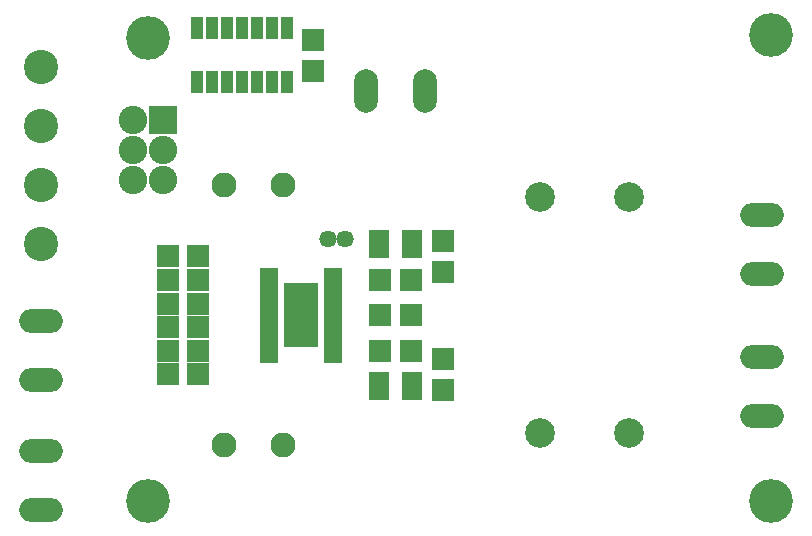
<source format=gts>
G04 (created by PCBNEW-RS274X (2010-03-14)-final) date Thu 12 Jan 2012 21:53:35 GMT*
G01*
G70*
G90*
%MOIN*%
G04 Gerber Fmt 3.4, Leading zero omitted, Abs format*
%FSLAX34Y34*%
G04 APERTURE LIST*
%ADD10C,0.006000*%
%ADD11R,0.059400X0.031800*%
%ADD12R,0.114500X0.216900*%
%ADD13R,0.095000X0.095000*%
%ADD14C,0.095000*%
%ADD15C,0.057400*%
%ADD16C,0.083000*%
%ADD17C,0.098700*%
%ADD18O,0.146000X0.079100*%
%ADD19O,0.079100X0.146000*%
%ADD20C,0.114500*%
%ADD21R,0.075100X0.075100*%
%ADD22R,0.067200X0.096000*%
%ADD23R,0.039700X0.075100*%
%ADD24C,0.146000*%
G04 APERTURE END LIST*
G54D10*
G54D11*
X43808Y-52925D03*
X43808Y-53181D03*
X43808Y-53437D03*
X43808Y-53693D03*
X43808Y-53949D03*
X43808Y-54205D03*
X43808Y-54460D03*
X43808Y-54716D03*
X43808Y-54972D03*
X43808Y-55228D03*
X43808Y-55484D03*
X43808Y-55740D03*
X45934Y-55740D03*
X45934Y-55484D03*
X45934Y-55228D03*
X45934Y-54972D03*
X45934Y-54716D03*
X45934Y-54460D03*
X45934Y-54205D03*
X45934Y-53949D03*
X45934Y-53693D03*
X45934Y-53437D03*
X45934Y-53181D03*
X45934Y-52925D03*
G54D12*
X44882Y-54331D03*
G54D13*
X40264Y-47819D03*
G54D14*
X40264Y-48819D03*
X40264Y-49819D03*
X39264Y-47819D03*
X39264Y-48819D03*
X39264Y-49819D03*
G54D15*
X45768Y-51772D03*
X46359Y-51772D03*
G54D16*
X42323Y-58661D03*
X44292Y-58661D03*
X42323Y-50000D03*
X44292Y-50000D03*
G54D17*
X52856Y-58268D03*
X55809Y-58268D03*
X52856Y-50394D03*
X55809Y-50394D03*
G54D18*
X60236Y-55708D03*
X60236Y-57677D03*
X36220Y-58857D03*
X36220Y-60826D03*
X36220Y-54527D03*
X36220Y-56496D03*
X60236Y-50983D03*
X60236Y-52952D03*
G54D19*
X47046Y-46850D03*
X49015Y-46850D03*
G54D20*
X36220Y-51968D03*
X36220Y-49999D03*
X36220Y-48031D03*
X36220Y-46062D03*
G54D21*
X47519Y-54331D03*
X48543Y-54331D03*
X41457Y-56299D03*
X40433Y-56299D03*
X41457Y-52362D03*
X40433Y-52362D03*
X49606Y-56811D03*
X49606Y-55787D03*
X40433Y-55512D03*
X41457Y-55512D03*
X40433Y-54724D03*
X41457Y-54724D03*
X48543Y-55512D03*
X47519Y-55512D03*
X41457Y-53937D03*
X40433Y-53937D03*
X48543Y-53150D03*
X47519Y-53150D03*
X41457Y-53150D03*
X40433Y-53150D03*
X49606Y-51850D03*
X49606Y-52874D03*
X45276Y-46181D03*
X45276Y-45157D03*
G54D22*
X48582Y-56693D03*
X47480Y-56693D03*
X48582Y-51968D03*
X47480Y-51968D03*
G54D23*
X44413Y-44769D03*
X43913Y-44769D03*
X43413Y-44769D03*
X42913Y-44769D03*
X42413Y-44769D03*
X41913Y-44769D03*
X41413Y-44769D03*
X41413Y-46569D03*
X41913Y-46569D03*
X42413Y-46569D03*
X42913Y-46569D03*
X43413Y-46569D03*
X43913Y-46569D03*
X44413Y-46569D03*
G54D24*
X60531Y-44980D03*
X60531Y-60531D03*
X39764Y-60531D03*
X39764Y-45079D03*
M02*

</source>
